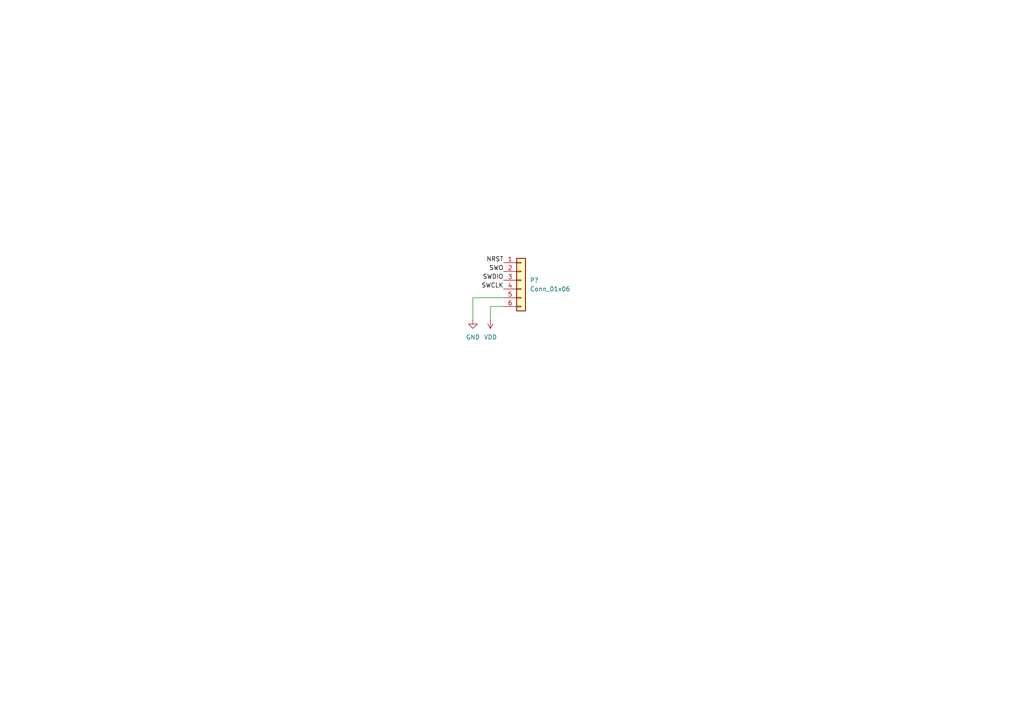
<source format=kicad_sch>
(kicad_sch (version 20211123) (generator eeschema)
  (paper "A4")
  (lib_symbols
    (symbol "conn_01x06:Conn_01x06" (pin_names (offset 1.016) hide)
      (property "Reference" "P1" (at 0 11.43 0))
      (property "Value" "SWD PicoBlade 1x6" (at 2.54 1.27 90))
      (symbol "Conn_01x06_1_1"
        (rectangle (start -1.27 -7.493) (end 0 -7.747) (stroke (width 0.1524)))
        (rectangle (start -1.27 -4.953) (end 0 -5.207) (stroke (width 0.1524)))
        (rectangle (start -1.27 -2.413) (end 0 -2.667) (stroke (width 0.1524)))
        (rectangle (start -1.27 0.127) (end 0 -0.127) (stroke (width 0.1524)))
        (rectangle (start -1.27 2.667) (end 0 2.413) (stroke (width 0.1524)))
        (rectangle (start -1.27 5.207) (end 0 4.953) (stroke (width 0.1524)))
        (rectangle (start -1.27 6.35) (end 1.27 -8.89) (stroke (width 0.254)) (fill (type background)))
        (pin passive line (at -5.08 5.08 0) (length 3.81) (name "Pin_1") (number "1"))
        (pin passive line (at -5.08 2.54 0) (length 3.81) (name "Pin_2") (number "2"))
        (pin passive line (at -5.08 0 0) (length 3.81) (name "Pin_3") (number "3"))
        (pin passive line (at -5.08 -2.54 0) (length 3.81) (name "Pin_4") (number "4"))
        (pin passive line (at -5.08 -5.08 0) (length 3.81) (name "Pin_5") (number "5"))
        (pin passive line (at -5.08 -7.62 0) (length 3.81) (name "Pin_6") (number "6"))
      )
    )
    (symbol "power:GND" (power) (pin_names (offset 0))
      (property "Value" "GND" (at 0 -3.81 0))
      (symbol "GND_0_1"
        (polyline (pts (xy 0 0) (xy 0 -1.27) (xy 1.27 -1.27) (xy 0 -2.54) (xy -1.27 -1.27) (xy 0 -1.27)))
      )
      (symbol "GND_1_1"
        (pin power_in line (at 0 0 270) (length 0) hide (name "GND") (number "1"))
      )
    )
    (symbol "power:VDD" (power) (pin_names (offset 0))
      (property "Value" "VDD" (at 0 3.81 0))
      (symbol "VDD_0_1"
        (polyline (pts (xy -0.762 1.27) (xy 0 2.54)))
        (polyline (pts (xy 0 0) (xy 0 2.54)))
        (polyline (pts (xy 0 2.54) (xy 0.762 1.27)))
      )
      (symbol "VDD_1_1"
        (pin power_in line (at 0 0 90) (length 0) hide (name "VDD") (number "1"))
      )
    )
  )
  (wire (pts (xy 137.16 86.36) (xy 146.05 86.36)))
  (wire (pts (xy 142.24 88.9) (xy 146.05 88.9)))
  (wire (pts (xy 137.16 92.71) (xy 137.16 86.36)))
  (wire (pts (xy 142.24 92.71) (xy 142.24 88.9)))
  (label "SWO" (at 146.05 78.74 180))
  (label "SWDIO" (at 146.05 81.28 180))
  (label "NRST" (at 146.05 76.2 180))
  (label "SWCLK" (at 146.05 83.82 180))
  (symbol (lib_id "power:GND") (at 137.16 92.71 0) (unit 1)
    (property "Reference" "#PWR0110" (effects hide))
    (property "Value" "GND" (at 137.16 97.79 0))
  )
  (symbol (lib_id "power:VDD") (at 142.24 92.71 180) (unit 1)
    (property "Reference" "#PWR0109" (effects hide))
    (property "Value" "VDD" (at 142.24 97.79 0))
  )
  (symbol (lib_id "conn_01x06:Conn_01x06") (at 151.13 81.28 0) (unit 1)
    (property "Reference" "P?" (at 153.67 81.2799 0) (effects (justify left)))
    (property "Value" "Conn_01x06" (at 153.67 83.8199 0) (effects (justify left)))
    (property "Footprint" "Connector_Molex:Molex_PicoBlade_53047-0610_1x06_P1.25mm_Vertical" (effects hide))
  )
)
</source>
